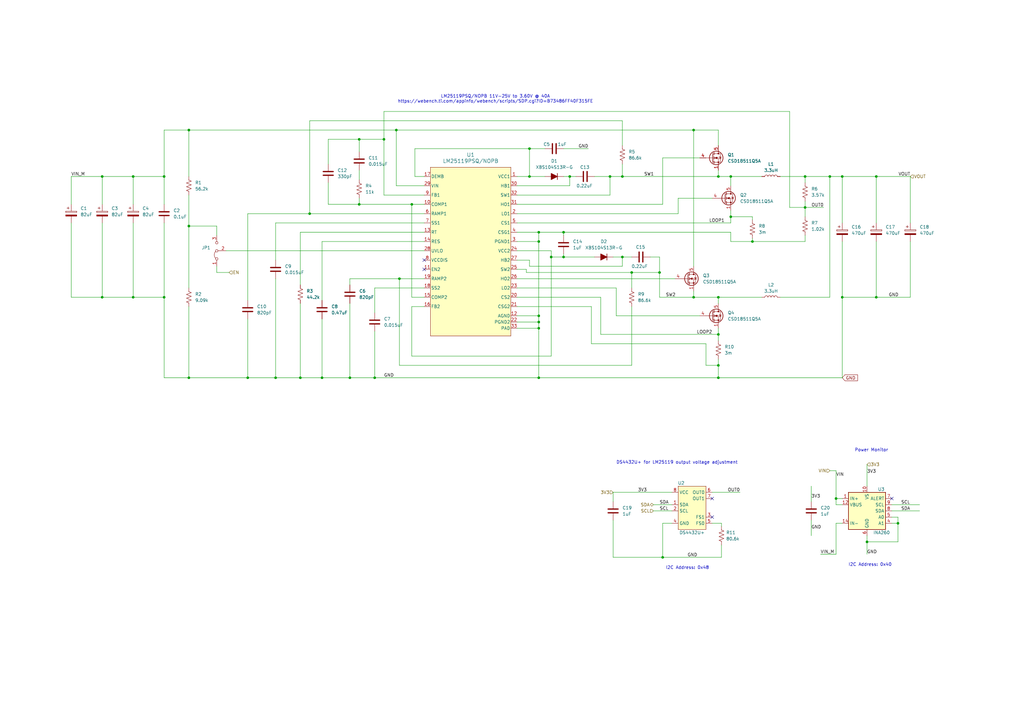
<source format=kicad_sch>
(kicad_sch (version 20250114) (generator "eeschema") (generator_version "9.0")
  (paper "A3")
  (title_block (date "2024-11-25") (rev "2"))
  (lib_symbols
    (symbol "Device:C" (pin_numbers (hide yes)) (pin_names (offset 0.254))
      (property "Reference" "C" (at 0.635 2.54 0))
      (property "Value" "C" (at 0.635 -2.54 0))
      (symbol "C_0_1"
        (polyline (pts (xy -2.032 0.762) (xy 2.032 0.762)) (stroke (width 0.508)))
        (polyline (pts (xy -2.032 -0.762) (xy 2.032 -0.762)) (stroke (width 0.508)))
      )
      (symbol "C_1_1"
        (pin passive line (at 0 3.81 270) (length 2.794) (name "~") (number "1"))
        (pin passive line (at 0 -3.81 90) (length 2.794) (name "~") (number "2"))
      )
    )
    (symbol "Device:C_Polarized" (pin_numbers (hide yes)) (pin_names (offset 0.254))
      (property "Reference" "C" (at 0.635 2.54 0))
      (property "Value" "C_Polarized" (at 0.635 -2.54 0))
      (symbol "C_Polarized_0_1"
        (rectangle (start -2.286 0.508) (end 2.286 1.016))
        (polyline (pts (xy -1.778 2.286) (xy -0.762 2.286)))
        (polyline (pts (xy -1.27 2.794) (xy -1.27 1.778)))
        (rectangle (start 2.286 -0.508) (end -2.286 -1.016) (fill (type outline)))
      )
      (symbol "C_Polarized_1_1"
        (pin passive line (at 0 3.81 270) (length 2.794) (name "~") (number "1"))
        (pin passive line (at 0 -3.81 90) (length 2.794) (name "~") (number "2"))
      )
    )
    (symbol "Device:D_Filled" (pin_numbers (hide yes)) (pin_names (offset 1.016) (hide yes))
      (property "Reference" "D" (at 0 2.54 0))
      (property "Value" "D_Filled" (at 0 -2.54 0))
      (symbol "D_Filled_0_1"
        (polyline (pts (xy -1.27 1.27) (xy -1.27 -1.27)) (stroke (width 0.254)))
        (polyline (pts (xy 1.27 1.27) (xy 1.27 -1.27) (xy -1.27 0) (xy 1.27 1.27)) (stroke (width 0.254)) (fill (type outline)))
        (polyline (pts (xy 1.27 0) (xy -1.27 0)))
      )
      (symbol "D_Filled_1_1"
        (pin passive line (at -3.81 0 0) (length 2.54) (name "K") (number "1"))
        (pin passive line (at 3.81 0 180) (length 2.54) (name "A") (number "2"))
      )
    )
    (symbol "Device:R_US" (pin_numbers (hide yes)) (pin_names (offset 0))
      (property "Reference" "R" (at 2.54 0 90))
      (property "Value" "R_US" (at -2.54 0 90))
      (symbol "R_US_0_1"
        (polyline (pts (xy 0 2.286) (xy 0 2.54)))
        (polyline (pts (xy 0 2.286) (xy 1.016 1.905) (xy 0 1.524) (xy -1.016 1.143) (xy 0 0.762)))
        (polyline (pts (xy 0 0.762) (xy 1.016 0.381) (xy 0 0) (xy -1.016 -0.381) (xy 0 -0.762)))
        (polyline (pts (xy 0 -0.762) (xy 1.016 -1.143) (xy 0 -1.524) (xy -1.016 -1.905) (xy 0 -2.286)))
        (polyline (pts (xy 0 -2.286) (xy 0 -2.54)))
      )
      (symbol "R_US_1_1"
        (pin passive line (at 0 3.81 270) (length 1.27) (name "~") (number "1"))
        (pin passive line (at 0 -3.81 90) (length 1.27) (name "~") (number "2"))
      )
    )
    (symbol "Jumper:Jumper_3_Bridged12" (pin_names (offset 0) (hide yes)) (exclude_from_sim yes) (in_bom no)
      (property "Reference" "JP" (at -2.54 -2.54 0))
      (property "Value" "Jumper_3_Bridged12" (at 0 2.794 0))
      (symbol "Jumper_3_Bridged12_0_0"
        (circle (center -3.302 0) (radius 0.508))
        (circle (center 0 0) (radius 0.508))
        (circle (center 3.302 0) (radius 0.508))
      )
      (symbol "Jumper_3_Bridged12_0_1"
        (arc (start -3.048 0.508) (mid -1.651 0.9912) (end -0.254 0.508))
        (polyline (pts (xy 0 -1.27) (xy 0 -0.508)))
      )
      (symbol "Jumper_3_Bridged12_1_1"
        (pin passive line (at -6.35 0 0) (length 2.54) (name "A") (number "1"))
        (pin passive line (at 0 -3.81 90) (length 2.54) (name "C") (number "2"))
        (pin passive line (at 6.35 0 180) (length 2.54) (name "B") (number "3"))
      )
    )
    (symbol "L_1" (pin_numbers (hide yes)) (pin_names (offset 1.016) (hide yes))
      (property "Reference" "L2" (at 5.08 0 90))
      (property "Value" "3.3uH" (at 2.54 0 90))
      (symbol "L_1_0_1"
        (arc (start 0 2.54) (mid 0.6323 1.905) (end 0 1.27))
        (arc (start 0 1.27) (mid 0.6323 0.635) (end 0 0))
        (arc (start 0 0) (mid 0.6323 -0.635) (end 0 -1.27))
        (arc (start 0 -1.27) (mid 0.6323 -1.905) (end 0 -2.54))
      )
      (symbol "L_1_1_1"
        (pin no_connect line (at -1.27 2.54 270) (length 2.54) (hide yes) (name "NC") (number "3"))
        (pin passive line (at 0 3.81 270) (length 1.27) (name "1") (number "1"))
        (pin passive line (at 0 -3.81 90) (length 1.27) (name "2") (number "2"))
      )
    )
    (symbol "Sensor:INA260"
      (property "Reference" "U" (at -6.35 8.89 0))
      (property "Value" "INA260" (at 2.54 8.89 0))
      (symbol "INA260_0_1"
        (rectangle (start -7.62 7.62) (end 7.62 -7.62) (stroke (width 0.254)) (fill (type background)))
      )
      (symbol "INA260_1_1"
        (pin passive line (at -10.16 5.08 0) (length 2.54) (name "IN+") (number "1"))
        (pin passive line (at -10.16 5.08 0) (length 2.54) (hide yes) (name "IN+") (number "2"))
        (pin passive line (at -10.16 5.08 0) (length 2.54) (hide yes) (name "IN+") (number "3"))
        (pin passive line (at -10.16 2.54 0) (length 2.54) (name "VBUS") (number "12"))
        (pin passive line (at -10.16 -5.08 0) (length 2.54) (name "IN-") (number "14"))
        (pin passive line (at -10.16 -5.08 0) (length 2.54) (hide yes) (name "IN-") (number "15"))
        (pin passive line (at -10.16 -5.08 0) (length 2.54) (hide yes) (name "IN-") (number "16"))
        (pin power_in line (at 0 10.16 270) (length 2.54) (name "VS") (number "10"))
        (pin passive line (at 0 -10.16 90) (length 2.54) (hide yes) (name "GND") (number "11"))
        (pin power_in line (at 0 -10.16 90) (length 2.54) (name "GND") (number "6"))
        (pin no_connect line (at 2.54 -7.62 90) (length 2.54) (hide yes) (name "NC") (number "13"))
        (pin open_collector line (at 10.16 5.08 180) (length 2.54) (name "ALERT") (number "7"))
        (pin input line (at 10.16 2.54 180) (length 2.54) (name "SCL") (number "9"))
        (pin bidirectional line (at 10.16 0 180) (length 2.54) (name "SDA") (number "8"))
        (pin input line (at 10.16 -2.54 180) (length 2.54) (name "A0") (number "5"))
        (pin input line (at 10.16 -5.08 180) (length 2.54) (name "A1") (number "4"))
      )
    )
    (symbol "bitaxe:DS4432U+"
      (property "Reference" "U10" (at -5.08 10.16 0))
      (property "Value" "DS4432U+" (at -0.635 -10.16 0))
      (symbol "DS4432U+_0_1"
        (rectangle (start -6.35 8.89) (end 5.08 -8.89) (stroke (width 0.1524)) (fill (type background)))
      )
      (symbol "DS4432U+_1_1"
        (pin power_in line (at -8.89 6.35 0) (length 2.54) (name "VCC") (number "8"))
        (pin input line (at -8.89 1.27 0) (length 2.54) (name "SDA") (number "1"))
        (pin input line (at -8.89 -1.27 0) (length 2.54) (name "SCL") (number "2"))
        (pin power_in line (at -8.89 -6.35 0) (length 2.54) (name "GND") (number "4"))
        (pin output line (at 7.62 6.35 180) (length 2.54) (name "OUT0") (number "6"))
        (pin output line (at 7.62 3.81 180) (length 2.54) (name "OUT1") (number "7"))
        (pin input line (at 7.62 -3.81 180) (length 2.54) (name "FS1") (number "3"))
        (pin input line (at 7.62 -6.35 180) (length 2.54) (name "FS0") (number "5"))
      )
    )
    (symbol "emberone:CSD18511Q5A" (pin_names (hide yes))
      (property "Reference" "Q1" (at 6.35 1.2701 0))
      (property "Value" "CSD18511Q5A" (at 6.35 -1.2699 0))
      (symbol "CSD18511Q5A_0_1"
        (polyline (pts (xy 0.254 1.905) (xy 0.254 -1.905)) (stroke (width 0.254)))
        (polyline (pts (xy 0.254 0) (xy -2.54 0)))
        (polyline (pts (xy 0.762 2.286) (xy 0.762 1.27)) (stroke (width 0.254)))
        (polyline (pts (xy 0.762 0.508) (xy 0.762 -0.508)) (stroke (width 0.254)))
        (polyline (pts (xy 0.762 -1.27) (xy 0.762 -2.286)) (stroke (width 0.254)))
        (polyline (pts (xy 0.762 -1.778) (xy 3.302 -1.778) (xy 3.302 1.778) (xy 0.762 1.778)))
        (polyline (pts (xy 1.016 0) (xy 2.032 0.381) (xy 2.032 -0.381) (xy 1.016 0)) (fill (type outline)))
        (circle (center 1.651 0) (radius 2.794) (stroke (width 0.254)))
        (polyline (pts (xy 2.54 2.54) (xy 2.54 1.778)))
        (circle (center 2.54 1.778) (radius 0.254) (fill (type outline)))
        (circle (center 2.54 -1.778) (radius 0.254) (fill (type outline)))
        (polyline (pts (xy 2.54 -2.54) (xy 2.54 0) (xy 0.762 0)))
        (polyline (pts (xy 2.794 0.508) (xy 2.921 0.381) (xy 3.683 0.381) (xy 3.81 0.254)))
        (polyline (pts (xy 3.302 0.381) (xy 2.921 -0.254) (xy 3.683 -0.254) (xy 3.302 0.381)))
      )
      (symbol "CSD18511Q5A_1_1"
        (pin passive line (at -5.08 0 0) (length 2.54) (name "G") (number "4"))
        (pin passive line (at 2.54 5.08 270) (length 2.54) (name "D") (number "5"))
        (pin passive line (at 2.54 5.08 270) (length 2.54) (hide yes) (name "D") (number "6"))
        (pin passive line (at 2.54 5.08 270) (length 2.54) (hide yes) (name "D") (number "7"))
        (pin passive line (at 2.54 5.08 270) (length 2.54) (hide yes) (name "D") (number "8"))
        (pin passive line (at 2.54 -5.08 90) (length 2.54) (name "S") (number "1"))
        (pin passive line (at 2.54 -5.08 90) (length 2.54) (hide yes) (name "S") (number "2"))
        (pin passive line (at 2.54 -5.08 90) (length 2.54) (hide yes) (name "S") (number "3"))
      )
    )
    (symbol "emberone:L" (pin_numbers (hide yes)) (pin_names (offset 1.016) (hide yes))
      (property "Reference" "L2" (at 5.08 0 90))
      (property "Value" "3.3uH" (at 2.54 0 90))
      (symbol "L_0_1"
        (arc (start 0 2.54) (mid 0.6323 1.905) (end 0 1.27))
        (arc (start 0 1.27) (mid 0.6323 0.635) (end 0 0))
        (arc (start 0 0) (mid 0.6323 -0.635) (end 0 -1.27))
        (arc (start 0 -1.27) (mid 0.6323 -1.905) (end 0 -2.54))
      )
      (symbol "L_1_1"
        (pin no_connect line (at -1.27 2.54 270) (length 2.54) (hide yes) (name "NC") (number "3"))
        (pin passive line (at 0 3.81 270) (length 1.27) (name "1") (number "1"))
        (pin passive line (at 0 -3.81 90) (length 1.27) (name "2") (number "2"))
      )
    )
    (symbol "emberone:LM25119PSQ_NOPB" (pin_names (offset 0.254))
      (property "Reference" "U" (at -16.002 32.258 0))
      (property "Value" "LM25119PSQ/NOPB" (at 5.08 -40.64 0))
      (symbol "LM25119PSQ_NOPB_0_1"
        (pin input line (at -19.05 26.67 0) (length 2.54) (name "DEMB") (number "17"))
        (pin input line (at -19.05 22.86 0) (length 2.54) (name "VIN") (number "29"))
        (pin input line (at -19.05 19.05 0) (length 2.54) (name "FB1") (number "9"))
        (pin unspecified line (at -19.05 11.43 0) (length 2.54) (name "RAMP1") (number "6"))
        (pin unspecified line (at -19.05 7.62 0) (length 2.54) (name "SS1") (number "7"))
        (pin unspecified line (at -19.05 3.81 0) (length 2.54) (name "RT") (number "13"))
        (pin unspecified line (at -19.05 0 0) (length 2.54) (name "RES") (number "14"))
        (pin unspecified line (at -19.05 -3.81 0) (length 2.54) (name "UVLO") (number "28"))
        (pin power_in line (at -19.05 -7.62 0) (length 2.54) (name "VCCDIS") (number "8"))
        (pin unspecified line (at -19.05 -11.43 0) (length 2.54) (name "EN2") (number "11"))
        (pin unspecified line (at -19.05 -15.24 0) (length 2.54) (name "RAMP2") (number "19"))
        (pin unspecified line (at -19.05 -19.05 0) (length 2.54) (name "SS2") (number "18"))
        (pin input line (at -19.05 -26.67 0) (length 2.54) (name "FB2") (number "16"))
        (pin power_in line (at 19.05 26.67 180) (length 2.54) (name "VCC1") (number "1"))
        (pin unspecified line (at 19.05 22.86 180) (length 2.54) (name "HB1") (number "30"))
        (pin unspecified line (at 19.05 19.05 180) (length 2.54) (name "SW1") (number "32"))
        (pin output line (at 19.05 15.24 180) (length 2.54) (name "HO1") (number "31"))
        (pin output line (at 19.05 11.43 180) (length 2.54) (name "LO1") (number "2"))
        (pin input line (at 19.05 7.62 180) (length 2.54) (name "CS1") (number "5"))
        (pin unspecified line (at 19.05 3.81 180) (length 2.54) (name "CSG1") (number "4"))
        (pin power_in line (at 19.05 0 180) (length 2.54) (name "PGND1") (number "3"))
        (pin power_in line (at 19.05 -3.81 180) (length 2.54) (name "VCC2") (number "24"))
        (pin unspecified line (at 19.05 -7.62 180) (length 2.54) (name "HB2") (number "27"))
        (pin unspecified line (at 19.05 -11.43 180) (length 2.54) (name "SW2") (number "25"))
        (pin output line (at 19.05 -15.24 180) (length 2.54) (name "HO2") (number "26"))
        (pin output line (at 19.05 -19.05 180) (length 2.54) (name "LO2") (number "23"))
        (pin input line (at 19.05 -22.86 180) (length 2.54) (name "CS2") (number "20"))
        (pin unspecified line (at 19.05 -26.67 180) (length 2.54) (name "CSG2") (number "21"))
        (pin power_in line (at 19.05 -30.48 180) (length 2.54) (name "AGND") (number "12"))
        (pin power_in line (at 19.05 -33.02 180) (length 2.54) (name "PGND2") (number "22"))
      )
      (symbol "LM25119PSQ_NOPB_1_1"
        (rectangle (start -16.51 30.48) (end 16.51 -38.735) (fill (type background)))
        (pin unspecified line (at -19.05 15.24 0) (length 2.54) (name "COMP1") (number "10"))
        (pin unspecified line (at -19.05 -22.86 0) (length 2.54) (name "COMP2") (number "15"))
        (pin unspecified line (at 19.05 -35.56 180) (length 2.54) (name "PAD") (number "33"))
      )
    )
  )
  (text "I2C Address: 0x40" (at 347.98 232.41 0) (effects (font (size 1.27 1.27)) (justify left bottom)))
  (text "I2C Address: 0x48" (at 273.05 233.68 0) (effects (font (size 1.27 1.27)) (justify left bottom)))
  (text "LM25119PSQ/NOPB 11V-25V to 3.60V @ 40A\nhttps://webench.ti.com/appinfo/webench/scripts/SDP.cgi?ID=B73486FF40F315FE" (at 203.2 40.64 0) (effects (font (size 1.27 1.27))))
  (text "DS4432U+ for LM25119 output voltage adjustment" (at 252.73 190.5 0) (effects (font (size 1.27 1.27)) (justify left bottom)))
  (text "Power Monitor" (at 350.52 185.42 0) (effects (font (size 1.27 1.27)) (justify left bottom)))
  (junction (at 294.64 154.94))
  (junction (at 220.98 132.08))
  (junction (at 299.72 88.9))
  (junction (at 342.9 204.47))
  (junction (at 147.32 57.15))
  (junction (at 157.48 57.15))
  (junction (at 233.68 72.39))
  (junction (at 368.3 214.63))
  (junction (at 294.64 121.92))
  (junction (at 355.6 222.25))
  (junction (at 231.14 105.41))
  (junction (at 330.2 85.09))
  (junction (at 345.44 72.39))
  (junction (at 162.56 53.34))
  (junction (at 359.41 121.92))
  (junction (at 294.64 72.39))
  (junction (at 271.78 228.6))
  (junction (at 127 87.63))
  (junction (at 220.98 99.06))
  (junction (at 41.91 72.39))
  (junction (at 359.41 72.39))
  (junction (at 330.2 72.39))
  (junction (at 168.91 83.82))
  (junction (at 143.51 154.94))
  (junction (at 77.47 53.34))
  (junction (at 226.06 105.41))
  (junction (at 299.72 72.39))
  (junction (at 340.36 72.39))
  (junction (at 163.83 114.3))
  (junction (at 220.98 154.94))
  (junction (at 220.98 95.25))
  (junction (at 259.08 111.76))
  (junction (at 217.17 60.96))
  (junction (at 255.27 72.39))
  (junction (at 113.03 154.94))
  (junction (at 294.64 149.86))
  (junction (at 101.6 154.94))
  (junction (at 147.32 83.82))
  (junction (at 220.98 129.54))
  (junction (at 77.47 92.71))
  (junction (at 220.98 134.62))
  (junction (at 308.61 99.06))
  (junction (at 294.64 137.16))
  (junction (at 41.91 121.92))
  (junction (at 54.61 72.39))
  (junction (at 217.17 72.39))
  (junction (at 67.31 72.39))
  (junction (at 284.48 121.92))
  (junction (at 132.08 154.94))
  (junction (at 77.47 154.94))
  (junction (at 231.14 95.25))
  (junction (at 284.48 53.34))
  (junction (at 345.44 121.92))
  (junction (at 153.67 154.94))
  (junction (at 250.19 72.39))
  (junction (at 270.51 111.76))
  (junction (at 123.19 154.94))
  (junction (at 255.27 105.41))
  (junction (at 67.31 121.92))
  (junction (at 54.61 121.92))
  (no_connect (at 173.99 106.68))
  (no_connect (at 173.99 110.49))
  (no_connect (at 292.1 204.47))
  (no_connect (at 292.1 212.09))
  (no_connect (at 365.76 204.47))
  (wire (pts (xy 67.31 154.94) (xy 67.31 121.92)))
  (wire (pts (xy 308.61 88.9) (xy 308.61 90.17)))
  (wire (pts (xy 278.13 81.28) (xy 278.13 87.63)))
  (wire (pts (xy 295.91 223.52) (xy 295.91 228.6)))
  (wire (pts (xy 147.32 69.85) (xy 147.32 73.66)))
  (wire (pts (xy 278.13 87.63) (xy 212.09 87.63)))
  (wire (pts (xy 330.2 99.06) (xy 330.2 96.52)))
  (wire (pts (xy 220.98 95.25) (xy 220.98 99.06)))
  (wire (pts (xy 266.7 105.41) (xy 270.51 105.41)))
  (wire (pts (xy 92.71 102.87) (xy 173.99 102.87)))
  (wire (pts (xy 217.17 109.22) (xy 255.27 109.22)))
  (wire (pts (xy 113.03 114.3) (xy 113.03 154.94)))
  (wire (pts (xy 231.14 105.41) (xy 243.84 105.41)))
  (wire (pts (xy 252.73 118.11) (xy 212.09 118.11)))
  (wire (pts (xy 345.44 72.39) (xy 359.41 72.39)))
  (wire (pts (xy 101.6 154.94) (xy 113.03 154.94)))
  (wire (pts (xy 217.17 106.68) (xy 217.17 109.22)))
  (wire (pts (xy 212.09 76.2) (xy 233.68 76.2)))
  (wire (pts (xy 217.17 72.39) (xy 212.09 72.39)))
  (wire (pts (xy 270.51 105.41) (xy 270.51 111.76)))
  (wire (pts (xy 173.99 83.82) (xy 168.91 83.82)))
  (wire (pts (xy 101.6 87.63) (xy 101.6 123.19)))
  (wire (pts (xy 147.32 57.15) (xy 147.32 62.23)))
  (wire (pts (xy 340.36 121.92) (xy 340.36 72.39)))
  (wire (pts (xy 77.47 125.73) (xy 77.47 154.94)))
  (wire (pts (xy 340.36 72.39) (xy 345.44 72.39)))
  (wire (pts (xy 271.78 228.6) (xy 271.78 214.63)))
  (wire (pts (xy 330.2 82.55) (xy 330.2 85.09)))
  (wire (pts (xy 299.72 99.06) (xy 308.61 99.06)))
  (wire (pts (xy 54.61 121.92) (xy 41.91 121.92)))
  (wire (pts (xy 368.3 214.63) (xy 368.3 222.25)))
  (wire (pts (xy 163.83 149.86) (xy 163.83 114.3)))
  (wire (pts (xy 147.32 57.15) (xy 134.62 57.15)))
  (wire (pts (xy 345.44 214.63) (xy 342.9 214.63)))
  (wire (pts (xy 212.09 132.08) (xy 220.98 132.08)))
  (wire (pts (xy 365.76 212.09) (xy 368.3 212.09)))
  (wire (pts (xy 67.31 121.92) (xy 54.61 121.92)))
  (wire (pts (xy 127 49.53) (xy 127 87.63)))
  (wire (pts (xy 255.27 72.39) (xy 250.19 72.39)))
  (wire (pts (xy 312.42 121.92) (xy 294.64 121.92)))
  (wire (pts (xy 299.72 99.06) (xy 299.72 95.25)))
  (wire (pts (xy 359.41 121.92) (xy 373.38 121.92)))
  (wire (pts (xy 289.56 149.86) (xy 294.64 149.86)))
  (wire (pts (xy 113.03 154.94) (xy 123.19 154.94)))
  (wire (pts (xy 294.64 121.92) (xy 294.64 124.46)))
  (wire (pts (xy 77.47 53.34) (xy 67.31 53.34)))
  (wire (pts (xy 355.6 222.25) (xy 355.6 227.33)))
  (wire (pts (xy 294.64 72.39) (xy 255.27 72.39)))
  (wire (pts (xy 153.67 118.11) (xy 153.67 128.27)))
  (wire (pts (xy 294.64 149.86) (xy 294.64 154.94)))
  (wire (pts (xy 162.56 53.34) (xy 284.48 53.34)))
  (wire (pts (xy 330.2 85.09) (xy 323.85 85.09)))
  (wire (pts (xy 88.9 92.71) (xy 77.47 92.71)))
  (wire (pts (xy 212.09 125.73) (xy 242.57 125.73)))
  (wire (pts (xy 173.99 72.39) (xy 170.18 72.39)))
  (wire (pts (xy 233.68 72.39) (xy 236.22 72.39)))
  (wire (pts (xy 215.9 111.76) (xy 259.08 111.76)))
  (wire (pts (xy 373.38 99.06) (xy 373.38 121.92)))
  (wire (pts (xy 250.19 80.01) (xy 250.19 72.39)))
  (wire (pts (xy 255.27 59.69) (xy 255.27 49.53)))
  (wire (pts (xy 330.2 72.39) (xy 330.2 74.93)))
  (wire (pts (xy 88.9 96.52) (xy 88.9 92.71)))
  (wire (pts (xy 67.31 72.39) (xy 67.31 83.82)))
  (wire (pts (xy 292.1 81.28) (xy 278.13 81.28)))
  (wire (pts (xy 168.91 125.73) (xy 168.91 146.05)))
  (wire (pts (xy 294.64 134.62) (xy 294.64 137.16)))
  (wire (pts (xy 271.78 214.63) (xy 275.59 214.63)))
  (wire (pts (xy 365.76 214.63) (xy 368.3 214.63)))
  (wire (pts (xy 212.09 114.3) (xy 276.86 114.3)))
  (wire (pts (xy 284.48 53.34) (xy 294.64 53.34)))
  (wire (pts (xy 340.36 72.39) (xy 330.2 72.39)))
  (wire (pts (xy 54.61 91.44) (xy 54.61 121.92)))
  (wire (pts (xy 271.78 64.77) (xy 271.78 83.82)))
  (wire (pts (xy 212.09 99.06) (xy 220.98 99.06)))
  (wire (pts (xy 255.27 109.22) (xy 255.27 105.41)))
  (wire (pts (xy 173.99 76.2) (xy 162.56 76.2)))
  (wire (pts (xy 88.9 109.22) (xy 88.9 111.76)))
  (wire (pts (xy 170.18 72.39) (xy 170.18 60.96)))
  (wire (pts (xy 270.51 121.92) (xy 284.48 121.92)))
  (wire (pts (xy 123.19 124.46) (xy 123.19 154.94)))
  (wire (pts (xy 359.41 72.39) (xy 373.38 72.39)))
  (wire (pts (xy 373.38 91.44) (xy 373.38 72.39)))
  (wire (pts (xy 212.09 129.54) (xy 220.98 129.54)))
  (wire (pts (xy 77.47 53.34) (xy 162.56 53.34)))
  (wire (pts (xy 153.67 154.94) (xy 220.98 154.94)))
  (wire (pts (xy 226.06 146.05) (xy 226.06 105.41)))
  (wire (pts (xy 332.74 199.39) (xy 332.74 205.74)))
  (wire (pts (xy 41.91 121.92) (xy 29.21 121.92)))
  (wire (pts (xy 308.61 97.79) (xy 308.61 99.06)))
  (wire (pts (xy 77.47 72.39) (xy 77.47 53.34)))
  (wire (pts (xy 299.72 86.36) (xy 299.72 88.9)))
  (wire (pts (xy 267.97 209.55) (xy 275.59 209.55)))
  (wire (pts (xy 143.51 154.94) (xy 153.67 154.94)))
  (wire (pts (xy 255.27 105.41) (xy 259.08 105.41)))
  (wire (pts (xy 246.38 121.92) (xy 246.38 137.16)))
  (wire (pts (xy 157.48 57.15) (xy 147.32 57.15)))
  (wire (pts (xy 157.48 45.72) (xy 157.48 57.15)))
  (wire (pts (xy 340.36 193.04) (xy 342.9 193.04)))
  (wire (pts (xy 345.44 99.06) (xy 345.44 121.92)))
  (wire (pts (xy 163.83 114.3) (xy 143.51 114.3)))
  (wire (pts (xy 226.06 105.41) (xy 231.14 105.41)))
  (wire (pts (xy 231.14 95.25) (xy 231.14 96.52)))
  (wire (pts (xy 345.44 121.92) (xy 359.41 121.92)))
  (wire (pts (xy 217.17 60.96) (xy 217.17 72.39)))
  (wire (pts (xy 41.91 72.39) (xy 41.91 83.82)))
  (wire (pts (xy 215.9 110.49) (xy 212.09 110.49)))
  (wire (pts (xy 242.57 125.73) (xy 242.57 140.97)))
  (wire (pts (xy 299.72 88.9) (xy 299.72 91.44)))
  (wire (pts (xy 342.9 204.47) (xy 342.9 193.04)))
  (wire (pts (xy 323.85 85.09) (xy 323.85 45.72)))
  (wire (pts (xy 54.61 72.39) (xy 54.61 83.82)))
  (wire (pts (xy 163.83 149.86) (xy 259.08 149.86)))
  (wire (pts (xy 365.76 207.01) (xy 377.19 207.01)))
  (wire (pts (xy 345.44 204.47) (xy 342.9 204.47)))
  (wire (pts (xy 173.99 91.44) (xy 113.03 91.44)))
  (wire (pts (xy 168.91 146.05) (xy 226.06 146.05)))
  (wire (pts (xy 294.64 69.85) (xy 294.64 72.39)))
  (wire (pts (xy 292.1 214.63) (xy 295.91 214.63)))
  (wire (pts (xy 308.61 99.06) (xy 330.2 99.06)))
  (wire (pts (xy 259.08 125.73) (xy 259.08 149.86)))
  (wire (pts (xy 134.62 83.82) (xy 147.32 83.82)))
  (wire (pts (xy 67.31 91.44) (xy 67.31 121.92)))
  (wire (pts (xy 170.18 60.96) (xy 217.17 60.96)))
  (wire (pts (xy 77.47 154.94) (xy 67.31 154.94)))
  (wire (pts (xy 212.09 134.62) (xy 220.98 134.62)))
  (wire (pts (xy 292.1 201.93) (xy 303.53 201.93)))
  (wire (pts (xy 173.99 99.06) (xy 132.08 99.06)))
  (wire (pts (xy 345.44 91.44) (xy 345.44 72.39)))
  (wire (pts (xy 231.14 72.39) (xy 233.68 72.39)))
  (wire (pts (xy 345.44 207.01) (xy 342.9 207.01)))
  (wire (pts (xy 320.04 72.39) (xy 330.2 72.39)))
  (wire (pts (xy 259.08 111.76) (xy 259.08 118.11)))
  (wire (pts (xy 299.72 88.9) (xy 308.61 88.9)))
  (wire (pts (xy 173.99 118.11) (xy 153.67 118.11)))
  (wire (pts (xy 332.74 213.36) (xy 332.74 219.71)))
  (wire (pts (xy 330.2 85.09) (xy 337.82 85.09)))
  (wire (pts (xy 54.61 72.39) (xy 67.31 72.39)))
  (wire (pts (xy 132.08 154.94) (xy 143.51 154.94)))
  (wire (pts (xy 127 87.63) (xy 173.99 87.63)))
  (wire (pts (xy 132.08 130.81) (xy 132.08 154.94)))
  (wire (pts (xy 157.48 80.01) (xy 157.48 57.15)))
  (wire (pts (xy 242.57 140.97) (xy 289.56 140.97)))
  (wire (pts (xy 77.47 80.01) (xy 77.47 92.71)))
  (wire (pts (xy 212.09 102.87) (xy 226.06 102.87)))
  (wire (pts (xy 41.91 91.44) (xy 41.91 121.92)))
  (wire (pts (xy 299.72 76.2) (xy 299.72 72.39)))
  (wire (pts (xy 259.08 111.76) (xy 270.51 111.76)))
  (wire (pts (xy 359.41 99.06) (xy 359.41 121.92)))
  (wire (pts (xy 294.64 147.32) (xy 294.64 149.86)))
  (wire (pts (xy 330.2 85.09) (xy 330.2 88.9)))
  (wire (pts (xy 220.98 95.25) (xy 231.14 95.25)))
  (wire (pts (xy 295.91 228.6) (xy 271.78 228.6)))
  (wire (pts (xy 173.99 114.3) (xy 163.83 114.3)))
  (wire (pts (xy 336.55 227.33) (xy 342.9 227.33)))
  (wire (pts (xy 320.04 121.92) (xy 340.36 121.92)))
  (wire (pts (xy 173.99 80.01) (xy 157.48 80.01)))
  (wire (pts (xy 41.91 72.39) (xy 54.61 72.39)))
  (wire (pts (xy 168.91 125.73) (xy 173.99 125.73)))
  (wire (pts (xy 88.9 111.76) (xy 93.98 111.76)))
  (wire (pts (xy 29.21 91.44) (xy 29.21 121.92)))
  (wire (pts (xy 123.19 95.25) (xy 123.19 116.84)))
  (wire (pts (xy 220.98 132.08) (xy 220.98 134.62)))
  (wire (pts (xy 365.76 209.55) (xy 377.19 209.55)))
  (wire (pts (xy 295.91 214.63) (xy 295.91 215.9)))
  (wire (pts (xy 294.64 121.92) (xy 284.48 121.92)))
  (wire (pts (xy 220.98 134.62) (xy 220.98 154.94)))
  (wire (pts (xy 173.99 95.25) (xy 123.19 95.25)))
  (wire (pts (xy 77.47 154.94) (xy 101.6 154.94)))
  (wire (pts (xy 101.6 130.81) (xy 101.6 154.94)))
  (wire (pts (xy 217.17 60.96) (xy 223.52 60.96)))
  (wire (pts (xy 215.9 111.76) (xy 215.9 110.49)))
  (wire (pts (xy 252.73 129.54) (xy 252.73 118.11)))
  (wire (pts (xy 162.56 76.2) (xy 162.56 53.34)))
  (wire (pts (xy 271.78 83.82) (xy 212.09 83.82)))
  (wire (pts (xy 143.51 114.3) (xy 143.51 116.84)))
  (wire (pts (xy 226.06 102.87) (xy 226.06 105.41)))
  (wire (pts (xy 212.09 106.68) (xy 217.17 106.68)))
  (wire (pts (xy 250.19 72.39) (xy 243.84 72.39)))
  (wire (pts (xy 246.38 137.16) (xy 294.64 137.16)))
  (wire (pts (xy 212.09 95.25) (xy 220.98 95.25)))
  (wire (pts (xy 123.19 154.94) (xy 132.08 154.94)))
  (wire (pts (xy 267.97 207.01) (xy 275.59 207.01)))
  (wire (pts (xy 368.3 222.25) (xy 355.6 222.25)))
  (wire (pts (xy 345.44 154.94) (xy 345.44 121.92)))
  (wire (pts (xy 220.98 99.06) (xy 220.98 129.54)))
  (wire (pts (xy 231.14 60.96) (xy 241.3 60.96)))
  (wire (pts (xy 168.91 121.92) (xy 173.99 121.92)))
  (wire (pts (xy 294.64 59.69) (xy 294.64 53.34)))
  (wire (pts (xy 294.64 154.94) (xy 345.44 154.94)))
  (wire (pts (xy 77.47 92.71) (xy 77.47 118.11)))
  (wire (pts (xy 299.72 72.39) (xy 294.64 72.39)))
  (wire (pts (xy 342.9 207.01) (xy 342.9 204.47)))
  (wire (pts (xy 284.48 53.34) (xy 284.48 109.22)))
  (wire (pts (xy 287.02 64.77) (xy 271.78 64.77)))
  (wire (pts (xy 168.91 83.82) (xy 168.91 121.92)))
  (wire (pts (xy 251.46 201.93) (xy 275.59 201.93)))
  (wire (pts (xy 29.21 72.39) (xy 41.91 72.39)))
  (wire (pts (xy 284.48 121.92) (xy 284.48 119.38)))
  (wire (pts (xy 251.46 205.74) (xy 251.46 201.93)))
  (wire (pts (xy 134.62 57.15) (xy 134.62 67.31)))
  (wire (pts (xy 233.68 76.2) (xy 233.68 72.39)))
  (wire (pts (xy 251.46 105.41) (xy 255.27 105.41)))
  (wire (pts (xy 231.14 95.25) (xy 299.72 95.25)))
  (wire (pts (xy 143.51 124.46) (xy 143.51 154.94)))
  (wire (pts (xy 113.03 91.44) (xy 113.03 106.68)))
  (wire (pts (xy 101.6 87.63) (xy 127 87.63)))
  (wire (pts (xy 359.41 72.39) (xy 359.41 91.44)))
  (wire (pts (xy 147.32 83.82) (xy 168.91 83.82)))
  (wire (pts (xy 220.98 129.54) (xy 220.98 132.08)))
  (wire (pts (xy 255.27 49.53) (xy 127 49.53)))
  (wire (pts (xy 355.6 219.71) (xy 355.6 222.25)))
  (wire (pts (xy 368.3 212.09) (xy 368.3 214.63)))
  (wire (pts (xy 153.67 135.89) (xy 153.67 154.94)))
  (wire (pts (xy 231.14 104.14) (xy 231.14 105.41)))
  (wire (pts (xy 67.31 53.34) (xy 67.31 72.39)))
  (wire (pts (xy 255.27 67.31) (xy 255.27 72.39)))
  (wire (pts (xy 212.09 80.01) (xy 250.19 80.01)))
  (wire (pts (xy 220.98 154.94) (xy 294.64 154.94)))
  (wire (pts (xy 134.62 74.93) (xy 134.62 83.82)))
  (wire (pts (xy 355.6 190.5) (xy 355.6 199.39)))
  (wire (pts (xy 342.9 214.63) (xy 342.9 227.33)))
  (wire (pts (xy 299.72 72.39) (xy 312.42 72.39)))
  (wire (pts (xy 270.51 111.76) (xy 270.51 121.92)))
  (wire (pts (xy 132.08 99.06) (xy 132.08 123.19)))
  (wire (pts (xy 29.21 83.82) (xy 29.21 72.39)))
  (wire (pts (xy 251.46 228.6) (xy 271.78 228.6)))
  (wire (pts (xy 323.85 45.72) (xy 157.48 45.72)))
  (wire (pts (xy 217.17 72.39) (xy 223.52 72.39)))
  (wire (pts (xy 289.56 140.97) (xy 289.56 149.86)))
  (wire (pts (xy 294.64 137.16) (xy 294.64 139.7)))
  (wire (pts (xy 287.02 129.54) (xy 252.73 129.54)))
  (wire (pts (xy 212.09 121.92) (xy 246.38 121.92)))
  (wire (pts (xy 147.32 81.28) (xy 147.32 83.82)))
  (wire (pts (xy 251.46 213.36) (xy 251.46 228.6)))
  (wire (pts (xy 299.72 91.44) (xy 212.09 91.44)))
  (label "GND" (at 241.3 60.96 180))
  (label "3V3" (at 261.62 201.93 0))
  (label "3V3" (at 332.74 204.47 0))
  (label "GND" (at 364.49 121.92 0))
  (label "LOOP1" (at 290.83 91.44 0))
  (label "3V3" (at 355.6 194.31 0))
  (label "GND" (at 157.48 154.94 0))
  (label "GND" (at 281.94 228.6 0))
  (label "OUT0" (at 337.82 85.09 180))
  (label "SCL" (at 369.57 207.01 0))
  (label "SCL" (at 270.51 209.55 0))
  (label "VIN_M" (at 336.55 227.33 0))
  (label "LOOP2" (at 285.75 137.16 0))
  (label "SW1" (at 264.16 72.39 0))
  (label "SDA" (at 270.51 207.01 0))
  (label "OUT0" (at 298.45 201.93 0))
  (label "SDA" (at 369.57 209.55 0))
  (label "VOUT" (at 373.38 72.39 180))
  (label "SW2" (at 273.05 121.92 0))
  (label "VIN" (at 342.9 195.58 0))
  (label "GND" (at 332.74 217.17 0))
  (label "GND" (at 355.6 227.33 0))
  (label "VIN_M" (at 29.21 72.39 0))
  (global_label "GND" (shape input) (at 345.44 154.94 0) (property "Intersheetrefs" "${INTERSHEET_REFS}" (effects (hide yes))))
  (hierarchical_label "VIN" (shape input) (at 340.36 193.04 180))
  (hierarchical_label "SCL" (shape input) (at 267.97 209.55 180))
  (hierarchical_label "3V3" (shape input) (at 251.46 201.93 180))
  (hierarchical_label "EN" (shape input) (at 93.98 111.76 0))
  (hierarchical_label "VOUT" (shape input) (at 373.38 72.39 0))
  (hierarchical_label "SDA" (shape bidirectional) (at 267.97 207.01 180))
  (hierarchical_label "3V3" (shape input) (at 355.6 190.5 0))
  (symbol (lib_id "Device:D_Filled") (at 227.33 72.39 180) (unit 1)
    (property "Reference" "D1" (at 227.33 66.04 0))
    (property "Value" "XBS104S13R-G" (at 227.33 68.58 0))
    (property "Footprint" "emberone:SDO_4S13R-G_TOR" (effects (hide yes)))
    (property "Datasheet" "https://product.torexsemi.com/system/files/series/xbs104s13r.pdf" (effects (hide yes)))
    (property "PARTNO" "XBS104S13R-G" (effects (hide yes)))
    (property "DK" "893-1188-1-ND" (effects (hide yes)))
  )
  (symbol (lib_id "emberone:L") (at 316.23 121.92 90) (unit 1)
    (property "Reference" "L2" (at 316.23 116.84 90))
    (property "Value" "3.3uH" (at 316.23 119.38 90))
    (property "Footprint" "emberone:IND_SER2915L_COC" (effects (hide yes)))
    (property "Datasheet" "https://www.coilcraft.com/getmedia/a2805f49-c9b8-42c0-9939-b2d75eed7288/ser2900.pdf" (effects (hide yes)))
    (property "Description" "Inductor" (effects (hide yes)))
    (property "PARTNO" "SER2915L-332KL" (effects (hide yes)))
    (property "DK" "2457-SER2915L-332KL-ND" (effects (hide yes)))
  )
  (symbol (lib_id "Device:R_US") (at 77.47 76.2 0) (unit 1)
    (property "Reference" "R1" (at 80.01 74.9299 0) (effects (justify left)))
    (property "Value" "56.2k" (at 80.01 77.4699 0) (effects (justify left)))
    (property "Footprint" "Resistor_SMD:R_0603_1608Metric" (effects (hide yes)))
    (property "Description" "Resistor, US symbol" (effects (hide yes)))
    (property "DK" "311-56.2KHRCT-ND" (effects (hide yes)))
    (property "PARTNO" "RC0603FR-0756K2L" (effects (hide yes)))
  )
  (symbol (lib_id "Device:C") (at 153.67 132.08 0) (unit 1)
    (property "Reference" "C7" (at 157.48 130.8099 0) (effects (justify left)))
    (property "Value" "0.015uF" (at 157.48 133.3499 0) (effects (justify left)))
    (property "Footprint" "Capacitor_SMD:C_0805_2012Metric" (effects (hide yes)))
    (property "Description" "Unpolarized capacitor" (effects (hide yes)))
    (property "DK" "399-C0805C153K5RAC7800CT-ND" (effects (hide yes)))
    (property "PARTNO" "C0805C153K5RAC7800" (effects (hide yes)))
  )
  (symbol (lib_id "Device:C") (at 262.89 105.41 90) (unit 1)
    (property "Reference" "C15" (at 264.668 101.346 90) (effects (justify left)))
    (property "Value" "0.22uF" (at 265.684 109.22 90) (effects (justify left)))
    (property "Footprint" "Capacitor_SMD:C_0805_2012Metric" (effects (hide yes)))
    (property "Description" "Unpolarized capacitor" (effects (hide yes)))
    (property "DK" "1276-2947-1-ND" (effects (hide yes)))
    (property "PARTNO" "CL21B224KBFNFNE" (effects (hide yes)))
  )
  (symbol (lib_id "Device:R_US") (at 259.08 121.92 0) (unit 1)
    (property "Reference" "R9" (at 261.62 120.6499 0) (effects (justify left)))
    (property "Value" "86.6k" (at 261.62 123.1899 0) (effects (justify left)))
    (property "Footprint" "Resistor_SMD:R_0603_1608Metric" (effects (hide yes)))
    (property "Description" "Resistor, US symbol" (effects (hide yes)))
    (property "DK" "311-86.6KHRCT-ND" (effects (hide yes)))
    (property "PARTNO" "RC0603FR-0786K6L" (effects (hide yes)))
  )
  (symbol (lib_id "Jumper:Jumper_3_Bridged12") (at 88.9 102.87 90) (unit 1) (exclude_from_sim yes) (in_bom no)
    (property "Reference" "JP1" (at 86.36 101.5999 90) (effects (justify left)))
    (property "Value" "Jumper_3_Bridged12" (effects (hide yes)))
    (property "Footprint" "Jumper:SolderJumper-3_P1.3mm_Bridged12_Pad1.0x1.5mm" (effects (hide yes)))
    (property "Description" "Jumper, 3-pole, pins 1+2 closed/bridged" (effects (hide yes)))
  )
  (symbol (lib_id "Device:C") (at 67.31 87.63 0) (unit 1)
    (property "Reference" "C2" (at 71.12 86.3599 0) (effects (justify left)))
    (property "Value" "0.1uF" (at 71.12 88.8999 0) (effects (justify left)))
    (property "Footprint" "Capacitor_SMD:C_0805_2012Metric" (effects (hide yes)))
    (property "Description" "Unpolarized capacitor" (effects (hide yes)))
    (property "DK" "311-1140-1-ND" (effects (hide yes)))
    (property "PARTNO" "CC0805KRX7R9BB104" (effects (hide yes)))
  )
  (symbol (lib_id "Device:R_US") (at 308.61 93.98 0) (unit 1)
    (property "Reference" "R8" (at 311.15 92.7099 0) (effects (justify left)))
    (property "Value" "3m" (at 311.15 95.2499 0) (effects (justify left)))
    (property "Footprint" "emberone:WSR-4527" (effects (hide yes)))
    (property "Datasheet" "https://www.vishay.com/docs/30101/wsr.pdf" (effects (hide yes)))
    (property "Description" "Resistor, US symbol" (effects (hide yes)))
    (property "PARTNO" "WSR23L000FEA" (effects (hide yes)))
    (property "DK" "WSRA-.003CT-ND" (effects (hide yes)))
  )
  (symbol (lib_id "emberone:CSD18511Q5A") (at 292.1 129.54 0) (unit 1)
    (property "Reference" "Q4" (at 298.45 128.2699 0) (effects (justify left)))
    (property "Value" "CSD18511Q5A" (at 298.45 130.8099 0) (effects (justify left)))
    (property "Footprint" "emberone:DQJ0008A" (effects (hide yes)))
    (property "Datasheet" "https://www.ti.com/lit/ds/symlink/csd18511q5a.pdf" (effects (hide yes)))
    (property "PARTNO" "CSD18511Q5A" (effects (hide yes)))
    (property "DK" "296-48119-1-ND" (effects (hide yes)))
  )
  (symbol (lib_id "Device:C") (at 332.74 209.55 0) (unit 1)
    (property "Reference" "C20" (at 336.55 208.2799 0) (effects (justify left)))
    (property "Value" "1uF" (at 336.55 210.8199 0) (effects (justify left)))
    (property "Footprint" "Capacitor_SMD:C_0805_2012Metric" (effects (hide yes)))
    (property "DK" "1276-6470-1-ND" (effects (hide yes)))
    (property "PARTNO" "CL21B105KBFNNNG" (effects (hide yes)))
  )
  (symbol (lib_id "Device:C") (at 251.46 209.55 0) (unit 1)
    (property "Reference" "C19" (at 255.27 208.2799 0) (effects (justify left)))
    (property "Value" "1uF" (at 255.27 210.8199 0) (effects (justify left)))
    (property "Footprint" "Capacitor_SMD:C_0805_2012Metric" (effects (hide yes)))
    (property "DK" "1276-6470-1-ND" (effects (hide yes)))
    (property "PARTNO" "CL21B105KBFNNNG" (effects (hide yes)))
  )
  (symbol (lib_id "Device:C") (at 227.33 60.96 90) (unit 1)
    (property "Reference" "C5" (at 225.552 59.182 90) (effects (justify left)))
    (property "Value" "1uF" (at 232.41 59.182 90) (effects (justify left)))
    (property "Footprint" "Capacitor_SMD:C_0805_2012Metric" (effects (hide yes)))
    (property "Description" "Unpolarized capacitor" (effects (hide yes)))
    (property "DK" "1276-6470-1-ND" (effects (hide yes)))
    (property "PARTNO" "CL21B105KBFNNNG" (effects (hide yes)))
  )
  (symbol (lib_id "Device:C") (at 101.6 127 0) (unit 1)
    (property "Reference" "C10" (at 105.41 125.7299 0) (effects (justify left)))
    (property "Value" "820pF" (at 105.41 128.2699 0) (effects (justify left)))
    (property "Footprint" "Capacitor_SMD:C_0805_2012Metric" (effects (hide yes)))
    (property "Description" "Unpolarized capacitor" (effects (hide yes)))
    (property "DK" "399-C0805C821J5GACTUCT-ND" (effects (hide yes)))
    (property "PARTNO" "C0805C821J5GACTU" (effects (hide yes)))
  )
  (symbol (lib_name "L_1") (lib_id "emberone:L") (at 316.23 72.39 90) (unit 1)
    (property "Reference" "L1" (at 316.23 67.31 90))
    (property "Value" "3.3uH" (at 316.23 69.85 90))
    (property "Footprint" "emberone:IND_SER2915L_COC" (effects (hide yes)))
    (property "Datasheet" "https://www.coilcraft.com/getmedia/a2805f49-c9b8-42c0-9939-b2d75eed7288/ser2900.pdf" (effects (hide yes)))
    (property "Description" "Inductor" (effects (hide yes)))
    (property "PARTNO" "SER2915L-332KL" (effects (hide yes)))
    (property "DK" "2457-SER2915L-332KL-ND" (effects (hide yes)))
  )
  (symbol (lib_id "Device:C") (at 231.14 100.33 0) (unit 1)
    (property "Reference" "C14" (at 234.95 99.0599 0) (effects (justify left)))
    (property "Value" "1uF" (at 234.95 101.5999 0) (effects (justify left)))
    (property "Footprint" "Capacitor_SMD:C_0805_2012Metric" (effects (hide yes)))
    (property "Description" "Unpolarized capacitor" (effects (hide yes)))
    (property "DK" "1276-6470-1-ND" (effects (hide yes)))
    (property "PARTNO" "CL21B105KBFNNNG" (effects (hide yes)))
  )
  (symbol (lib_id "emberone:CSD18511Q5A") (at 281.94 114.3 0) (unit 1)
    (property "Reference" "Q3" (at 288.29 113.0299 0) (effects (justify left)))
    (property "Value" "CSD18511Q5A" (at 288.29 115.5699 0) (effects (justify left)))
    (property "Footprint" "emberone:DQJ0008A" (effects (hide yes)))
    (property "Datasheet" "https://www.ti.com/lit/ds/symlink/csd18511q5a.pdf" (effects (hide yes)))
    (property "PARTNO" "CSD18511Q5A" (effects (hide yes)))
    (property "DK" "296-48119-1-ND" (effects (hide yes)))
  )
  (symbol (lib_id "Device:R_US") (at 330.2 78.74 0) (unit 1)
    (property "Reference" "R6" (at 332.74 77.4699 0) (effects (justify left)))
    (property "Value" "3.57k" (at 332.74 80.0099 0) (effects (justify left)))
    (property "Footprint" "Resistor_SMD:R_0603_1608Metric" (effects (hide yes)))
    (property "Description" "Resistor, US symbol" (effects (hide yes)))
    (property "DK" "311-3.57KHRCT-ND" (effects (hide yes)))
    (property "PARTNO" "RC0603FR-073K57L" (effects (hide yes)))
  )
  (symbol (lib_id "Device:C_Polarized") (at 41.91 87.63 0) (unit 1)
    (property "Reference" "C3" (at 45.72 85.4709 0) (effects (justify left)))
    (property "Value" "82uF" (at 45.72 88.0109 0) (effects (justify left)))
    (property "Footprint" "emberone:PCAP_SVP_E12_PAN" (effects (hide yes)))
    (property "Description" "Polarized capacitor" (effects (hide yes)))
    (property "DK" "P16562CT-ND" (effects (hide yes)))
    (property "Field6" "35SVPF82M" (effects (hide yes)))
    (property "PARTNO" "35SVPF82M" (effects (hide yes)))
  )
  (symbol (lib_id "Device:R_US") (at 147.32 77.47 0) (unit 1)
    (property "Reference" "R4" (at 149.86 76.1999 0) (effects (justify left)))
    (property "Value" "11k" (at 149.86 78.7399 0) (effects (justify left)))
    (property "Footprint" "Resistor_SMD:R_0603_1608Metric" (effects (hide yes)))
    (property "Description" "Resistor, US symbol" (effects (hide yes)))
    (property "DK" "311-11.0KHRCT-ND" (effects (hide yes)))
    (property "PARTNO" "RC0603FR-0711KL" (effects (hide yes)))
  )
  (symbol (lib_id "Device:C_Polarized") (at 345.44 95.25 0) (unit 1)
    (property "Reference" "C16" (at 349.25 93.0909 0) (effects (justify left)))
    (property "Value" "470uF" (at 349.25 95.6309 0) (effects (justify left)))
    (property "Footprint" "emberone:CHEMI-H80" (effects (hide yes)))
    (property "Description" "Polarized capacitor" (effects (hide yes)))
    (property "DK" "565-3164-1-ND" (effects (hide yes)))
    (property "PARTNO" "APXF6R3ARA471MH80G" (effects (hide yes)))
  )
  (symbol (lib_id "Device:C") (at 132.08 127 0) (unit 1)
    (property "Reference" "C8" (at 135.89 125.7299 0) (effects (justify left)))
    (property "Value" "0.47uF" (at 135.89 128.2699 0) (effects (justify left)))
    (property "Footprint" "Capacitor_SMD:C_0805_2012Metric" (effects (hide yes)))
    (property "Description" "Unpolarized capacitor" (effects (hide yes)))
    (property "DK" "1276-6482-1-ND" (effects (hide yes)))
    (property "PARTNO" "CL21B474KBFNNNG" (effects (hide yes)))
  )
  (symbol (lib_id "Device:C") (at 147.32 66.04 0) (unit 1)
    (property "Reference" "C11" (at 151.13 64.7699 0) (effects (justify left)))
    (property "Value" "0.015uF" (at 151.13 67.3099 0) (effects (justify left)))
    (property "Footprint" "Capacitor_SMD:C_0805_2012Metric" (effects (hide yes)))
    (property "Description" "Unpolarized capacitor" (effects (hide yes)))
    (property "DK" "399-C0805C153K5RAC7800CT-ND" (effects (hide yes)))
    (property "PARTNO" "C0805C153K5RAC7800" (effects (hide yes)))
  )
  (symbol (lib_id "Device:C_Polarized") (at 359.41 95.25 0) (unit 1)
    (property "Reference" "C17" (at 363.22 93.0909 0) (effects (justify left)))
    (property "Value" "470uF" (at 363.22 95.6309 0) (effects (justify left)))
    (property "Footprint" "emberone:CHEMI-H80" (effects (hide yes)))
    (property "Description" "Polarized capacitor" (effects (hide yes)))
    (property "DK" "565-3164-1-ND" (effects (hide yes)))
    (property "PARTNO" "APXF6R3ARA471MH80G" (effects (hide yes)))
  )
  (symbol (lib_id "Device:C") (at 240.03 72.39 90) (unit 1)
    (property "Reference" "C13" (at 241.808 68.58 90) (effects (justify left)))
    (property "Value" "0.22uF" (at 243.078 76.2 90) (effects (justify left)))
    (property "Footprint" "Capacitor_SMD:C_0805_2012Metric" (effects (hide yes)))
    (property "Description" "Unpolarized capacitor" (effects (hide yes)))
    (property "DK" "1276-2947-1-ND" (effects (hide yes)))
    (property "PARTNO" "CL21B224KBFNFNE" (effects (hide yes)))
  )
  (symbol (lib_id "Device:C") (at 134.62 71.12 0) (unit 1)
    (property "Reference" "C12" (at 138.43 69.8499 0) (effects (justify left)))
    (property "Value" "330pF" (at 138.43 72.3899 0) (effects (justify left)))
    (property "Footprint" "Capacitor_SMD:C_0805_2012Metric" (effects (hide yes)))
    (property "Description" "Unpolarized capacitor" (effects (hide yes)))
    (property "DK" "399-C0805C331J5GAC7800CT-ND" (effects (hide yes)))
    (property "PARTNO" "C0805C331J5GAC7800" (effects (hide yes)))
  )
  (symbol (lib_id "Device:D_Filled") (at 247.65 105.41 180) (unit 1)
    (property "Reference" "D2" (at 247.65 99.06 0))
    (property "Value" "XBS104S13R-G" (at 247.65 101.6 0))
    (property "Footprint" "emberone:SDO_4S13R-G_TOR" (effects (hide yes)))
    (property "Datasheet" "https://product.torexsemi.com/system/files/series/xbs104s13r.pdf" (effects (hide yes)))
    (property "PARTNO" "XBS104S13R-G" (effects (hide yes)))
    (property "DK" "893-1188-1-ND" (effects (hide yes)))
  )
  (symbol (lib_id "Device:R_US") (at 123.19 120.65 0) (unit 1)
    (property "Reference" "R3" (at 125.73 119.3799 0) (effects (justify left)))
    (property "Value" "44.2k" (at 125.73 121.9199 0) (effects (justify left)))
    (property "Footprint" "Resistor_SMD:R_0603_1608Metric" (effects (hide yes)))
    (property "Description" "Resistor, US symbol" (effects (hide yes)))
    (property "DK" "311-44.2KHRCT-ND" (effects (hide yes)))
    (property "PARTNO" "RC0603FR-0744K2L" (effects (hide yes)))
  )
  (symbol (lib_id "Device:R_US") (at 330.2 92.71 0) (unit 1)
    (property "Reference" "R7" (at 332.74 91.4399 0) (effects (justify left)))
    (property "Value" "1.02k" (at 332.74 93.9799 0) (effects (justify left)))
    (property "Footprint" "Resistor_SMD:R_0603_1608Metric" (effects (hide yes)))
    (property "Description" "Resistor, US symbol" (effects (hide yes)))
    (property "DK" "311-1.02KHRCT-ND" (effects (hide yes)))
    (property "PARTNO" "RC0603FR-071K02L" (effects (hide yes)))
  )
  (symbol (lib_id "Device:C_Polarized") (at 373.38 95.25 0) (unit 1)
    (property "Reference" "C18" (at 377.19 93.0909 0) (effects (justify left)))
    (property "Value" "470uF" (at 377.19 95.6309 0) (effects (justify left)))
    (property "Footprint" "emberone:CHEMI-H80" (effects (hide yes)))
    (property "Description" "Polarized capacitor" (effects (hide yes)))
    (property "DK" "565-3164-1-ND" (effects (hide yes)))
    (property "PARTNO" "APXF6R3ARA471MH80G" (effects (hide yes)))
  )
  (symbol (lib_id "emberone:LM25119PSQ_NOPB") (at 193.04 99.06 0) (unit 1)
    (property "Reference" "U1" (at 193.04 63.5 0) (effects (font (size 1.524 1.524))))
    (property "Value" "LM25119PSQ/NOPB" (at 193.04 66.04 0) (effects (font (size 1.524 1.524))))
    (property "Footprint" "emberone:SQA32A" (effects (hide yes)))
    (property "Datasheet" "https://www.ti.com/lit/ds/symlink/lm25119.pdf" (effects (hide yes)))
    (property "PARTNO" "LM25119PSQ/NOPB" (effects (hide yes)))
    (property "DK" "296-43567-1-ND" (effects (hide yes)))
  )
  (symbol (lib_id "Device:C_Polarized") (at 29.21 87.63 0) (unit 1)
    (property "Reference" "C1" (at 33.02 85.4709 0) (effects (justify left)))
    (property "Value" "82uF" (at 33.02 88.0109 0) (effects (justify left)))
    (property "Footprint" "emberone:PCAP_SVP_E12_PAN" (effects (hide yes)))
    (property "Description" "Polarized capacitor" (effects (hide yes)))
    (property "DK" "P16562CT-ND" (effects (hide yes)))
    (property "Field6" "35SVPF82M" (effects (hide yes)))
    (property "PARTNO" "35SVPF82M" (effects (hide yes)))
  )
  (symbol (lib_id "emberone:CSD18511Q5A") (at 297.18 81.28 0) (unit 1)
    (property "Reference" "Q2" (at 303.53 80.0099 0) (effects (justify left)))
    (property "Value" "CSD18511Q5A" (at 303.53 82.5499 0) (effects (justify left)))
    (property "Footprint" "emberone:DQJ0008A" (effects (hide yes)))
    (property "Datasheet" "https://www.ti.com/lit/ds/symlink/csd18511q5a.pdf" (effects (hide yes)))
    (property "PARTNO" "CSD18511Q5A" (effects (hide yes)))
    (property "DK" "296-48119-1-ND" (effects (hide yes)))
  )
  (symbol (lib_id "Device:R_US") (at 77.47 121.92 0) (unit 1)
    (property "Reference" "R2" (at 80.01 120.6499 0) (effects (justify left)))
    (property "Value" "9.09k" (at 80.01 123.1899 0) (effects (justify left)))
    (property "Footprint" "Resistor_SMD:R_0603_1608Metric" (effects (hide yes)))
    (property "Description" "Resistor, US symbol" (effects (hide yes)))
    (property "DK" "311-9.09KHRCT-ND" (effects (hide yes)))
    (property "PARTNO" "RC0603FR-079K09L" (effects (hide yes)))
  )
  (symbol (lib_id "Device:C") (at 143.51 120.65 0) (unit 1)
    (property "Reference" "C6" (at 147.32 119.3799 0) (effects (justify left)))
    (property "Value" "820pF" (at 147.32 121.9199 0) (effects (justify left)))
    (property "Footprint" "Capacitor_SMD:C_0805_2012Metric" (effects (hide yes)))
    (property "Description" "Unpolarized capacitor" (effects (hide yes)))
    (property "DK" "399-C0805C821J5GACTUCT-ND" (effects (hide yes)))
    (property "PARTNO" "C0805C821J5GACTU" (effects (hide yes)))
  )
  (symbol (lib_id "Device:R_US") (at 295.91 219.71 0) (unit 1)
    (property "Reference" "R11" (at 297.815 218.44 0) (effects (justify left)))
    (property "Value" "80.6k" (at 297.815 220.98 0) (effects (justify left)))
    (property "Footprint" "Resistor_SMD:R_0402_1005Metric" (effects (hide yes)))
    (property "DK" "311-80.6KLRCT-ND" (effects (hide yes)))
    (property "PARTNO" "RC0402FR-0780K6L" (effects (hide yes)))
  )
  (symbol (lib_id "Device:R_US") (at 294.64 143.51 0) (unit 1)
    (property "Reference" "R10" (at 297.18 142.2399 0) (effects (justify left)))
    (property "Value" "3m" (at 297.18 144.7799 0) (effects (justify left)))
    (property "Footprint" "emberone:WSR-4527" (effects (hide yes)))
    (property "Datasheet" "https://www.vishay.com/docs/30101/wsr.pdf" (effects (hide yes)))
    (property "Description" "Resistor, US symbol" (effects (hide yes)))
    (property "PARTNO" "WSR23L000FEA" (effects (hide yes)))
    (property "DK" "WSRA-.003CT-ND" (effects (hide yes)))
  )
  (symbol (lib_id "Device:R_US") (at 255.27 63.5 0) (unit 1)
    (property "Reference" "R5" (at 257.81 62.2299 0) (effects (justify left)))
    (property "Value" "86.6k" (at 257.81 64.7699 0) (effects (justify left)))
    (property "Footprint" "Resistor_SMD:R_0603_1608Metric" (effects (hide yes)))
    (property "Description" "Resistor, US symbol" (effects (hide yes)))
    (property "DK" "311-86.6KHRCT-ND" (effects (hide yes)))
    (property "PARTNO" "RC0603FR-0786K6L" (effects (hide yes)))
  )
  (symbol (lib_id "emberone:CSD18511Q5A") (at 292.1 64.77 0) (unit 1)
    (property "Reference" "Q1" (at 298.45 63.4999 0) (effects (justify left)))
    (property "Value" "CSD18511Q5A" (at 298.45 66.0399 0) (effects (justify left)))
    (property "Footprint" "emberone:DQJ0008A" (effects (hide yes)))
    (property "Datasheet" "https://www.ti.com/lit/ds/symlink/csd18511q5a.pdf" (effects (hide yes)))
    (property "PARTNO" "CSD18511Q5A" (effects (hide yes)))
    (property "DK" "296-48119-1-ND" (effects (hide yes)))
  )
  (symbol (lib_id "Device:C_Polarized") (at 54.61 87.63 0) (unit 1)
    (property "Reference" "C4" (at 58.42 85.4709 0) (effects (justify left)))
    (property "Value" "82uF" (at 58.42 88.0109 0) (effects (justify left)))
    (property "Footprint" "emberone:PCAP_SVP_E12_PAN" (effects (hide yes)))
    (property "Description" "Polarized capacitor" (effects (hide yes)))
    (property "DK" "P16562CT-ND" (effects (hide yes)))
    (property "Field6" "35SVPF82M" (effects (hide yes)))
    (property "PARTNO" "35SVPF82M" (effects (hide yes)))
  )
  (symbol (lib_id "bitaxe:DS4432U+") (at 284.48 208.28 0) (unit 1)
    (property "Reference" "U2" (at 279.4 198.12 0))
    (property "Value" "DS4432U+" (at 283.845 218.44 0))
    (property "Footprint" "Package_SO:TSSOP-8_3x3mm_P0.65mm" (effects (hide yes)))
    (property "Datasheet" "https://datasheets.maximintegrated.com/en/ds/DS4432.pdf" (effects (hide yes)))
    (property "DK" "DS4432U+-ND" (effects (hide yes)))
    (property "PARTNO" "DS4432U+" (effects (hide yes)))
  )
  (symbol (lib_id "Device:C") (at 113.03 110.49 0) (unit 1)
    (property "Reference" "C9" (at 116.84 109.2199 0) (effects (justify left)))
    (property "Value" "0.015uF" (at 116.84 111.7599 0) (effects (justify left)))
    (property "Footprint" "Capacitor_SMD:C_0805_2012Metric" (effects (hide yes)))
    (property "Description" "Unpolarized capacitor" (effects (hide yes)))
    (property "DK" "399-C0805C153K5RAC7800CT-ND" (effects (hide yes)))
    (property "PARTNO" "C0805C153K5RAC7800" (effects (hide yes)))
  )
  (symbol (lib_id "Sensor:INA260") (at 355.6 209.55 0) (unit 1)
    (property "Reference" "U3" (at 360.045 200.66 0) (effects (justify left)))
    (property "Value" "INA260" (at 358.14 218.44 0) (effects (justify left)))
    (property "Footprint" "Package_SO:TSSOP-16_4.4x5mm_P0.65mm" (effects (hide yes)))
    (property "Datasheet" "http://www.ti.com/lit/ds/symlink/ina260.pdf" (effects (hide yes)))
    (property "PARTNO" "INA260AIPW" (effects (hide yes)))
    (property "DK" "296-45218-5-ND" (effects (hide yes)))
  )
)
</source>
